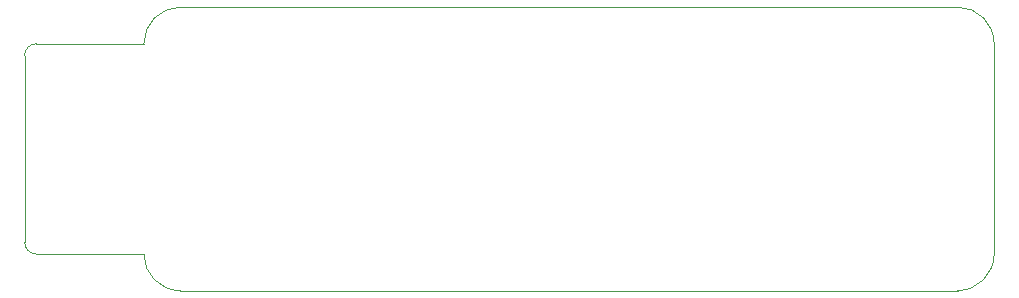
<source format=gm1>
G04 #@! TF.GenerationSoftware,KiCad,Pcbnew,8.0.2-1.fc40*
G04 #@! TF.CreationDate,2024-05-13T13:55:01+02:00*
G04 #@! TF.ProjectId,FT24-SLS,46543234-2d53-44c5-932e-6b696361645f,rev?*
G04 #@! TF.SameCoordinates,Original*
G04 #@! TF.FileFunction,Profile,NP*
%FSLAX46Y46*%
G04 Gerber Fmt 4.6, Leading zero omitted, Abs format (unit mm)*
G04 Created by KiCad (PCBNEW 8.0.2-1.fc40) date 2024-05-13 13:55:01*
%MOMM*%
%LPD*%
G01*
G04 APERTURE LIST*
G04 #@! TA.AperFunction,Profile*
%ADD10C,0.050000*%
G04 #@! TD*
G04 APERTURE END LIST*
D10*
X186000000Y-102900000D02*
G75*
G02*
X182900000Y-106000000I-3100000J0D01*
G01*
X182899998Y-81992031D02*
G75*
G02*
X185999969Y-85092031I2J-3099969D01*
G01*
X104907107Y-85100000D02*
X114000000Y-85100000D01*
X104907107Y-102892893D02*
G75*
G02*
X103907107Y-101892893I-7J999993D01*
G01*
X113999998Y-102900000D02*
X104907107Y-102892893D01*
X103907107Y-86100000D02*
G75*
G02*
X104907107Y-85100007I999993J0D01*
G01*
X117100000Y-106000000D02*
G75*
G02*
X114000000Y-102900000I0J3100000D01*
G01*
X114000000Y-85100000D02*
G75*
G02*
X117092031Y-82008000I3092000J0D01*
G01*
X182900000Y-106000002D02*
X117100000Y-106000000D01*
X186000000Y-85092031D02*
X186000000Y-102900000D01*
X117092031Y-82007967D02*
X182899998Y-81992031D01*
X103907107Y-101892893D02*
X103907107Y-86100000D01*
M02*

</source>
